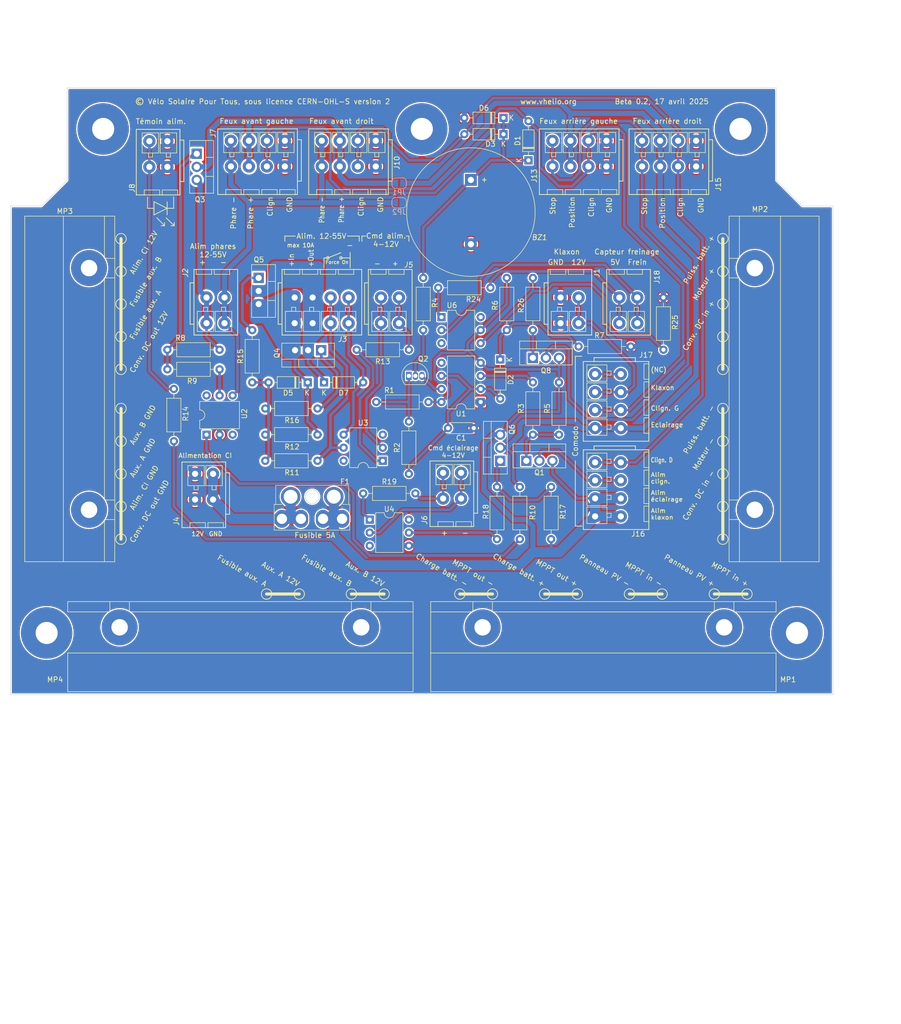
<source format=kicad_pcb>
(kicad_pcb (version 20211014) (generator pcbnew)

  (general
    (thickness 1.6)
  )

  (paper "A4")
  (layers
    (0 "F.Cu" signal)
    (31 "B.Cu" signal)
    (32 "B.Adhes" user "B.Adhesive")
    (33 "F.Adhes" user "F.Adhesive")
    (34 "B.Paste" user)
    (35 "F.Paste" user)
    (36 "B.SilkS" user "B.Silkscreen")
    (37 "F.SilkS" user "F.Silkscreen")
    (38 "B.Mask" user)
    (39 "F.Mask" user)
    (40 "Dwgs.User" user "User.Drawings")
    (41 "Cmts.User" user "User.Comments")
    (42 "Eco1.User" user "User.Eco1")
    (43 "Eco2.User" user "User.Eco2")
    (44 "Edge.Cuts" user)
    (45 "Margin" user)
    (46 "B.CrtYd" user "B.Courtyard")
    (47 "F.CrtYd" user "F.Courtyard")
    (48 "B.Fab" user)
    (49 "F.Fab" user)
    (50 "User.1" user)
    (51 "User.2" user)
    (52 "User.3" user)
    (53 "User.4" user)
    (54 "User.5" user)
    (55 "User.6" user)
    (56 "User.7" user)
    (57 "User.8" user)
    (58 "User.9" user)
  )

  (setup
    (stackup
      (layer "F.SilkS" (type "Top Silk Screen"))
      (layer "F.Paste" (type "Top Solder Paste"))
      (layer "F.Mask" (type "Top Solder Mask") (thickness 0.01))
      (layer "F.Cu" (type "copper") (thickness 0.035))
      (layer "dielectric 1" (type "core") (thickness 1.51) (material "FR4") (epsilon_r 4.5) (loss_tangent 0.02))
      (layer "B.Cu" (type "copper") (thickness 0.035))
      (layer "B.Mask" (type "Bottom Solder Mask") (thickness 0.01))
      (layer "B.Paste" (type "Bottom Solder Paste"))
      (layer "B.SilkS" (type "Bottom Silk Screen"))
      (copper_finish "None")
      (dielectric_constraints no)
    )
    (pad_to_mask_clearance 0)
    (pcbplotparams
      (layerselection 0x00010e0_ffffffff)
      (disableapertmacros false)
      (usegerberextensions false)
      (usegerberattributes true)
      (usegerberadvancedattributes true)
      (creategerberjobfile true)
      (svguseinch false)
      (svgprecision 6)
      (excludeedgelayer true)
      (plotframeref false)
      (viasonmask false)
      (mode 1)
      (useauxorigin false)
      (hpglpennumber 1)
      (hpglpenspeed 20)
      (hpglpendiameter 15.000000)
      (dxfpolygonmode true)
      (dxfimperialunits true)
      (dxfusepcbnewfont true)
      (psnegative false)
      (psa4output false)
      (plotreference true)
      (plotvalue true)
      (plotinvisibletext false)
      (sketchpadsonfab false)
      (subtractmaskfromsilk false)
      (outputformat 1)
      (mirror false)
      (drillshape 0)
      (scaleselection 1)
      (outputdirectory "")
    )
  )

  (net 0 "")
  (net 1 "GND")
  (net 2 "Net-(F1-Pad2)")
  (net 3 "Net-(D1-Pad2)")
  (net 4 "Net-(D3-Pad2)")
  (net 5 "/Phares")
  (net 6 "Net-(J1-Pad2)")
  (net 7 "/Flasher/Out")
  (net 8 "unconnected-(J17-Pad1)")
  (net 9 "/12V_5A")
  (net 10 "/Flasher/Enable")
  (net 11 "/Contacteur Phares/Input")
  (net 12 "/Contacteur Phares/GND")
  (net 13 "/Contacteur Phares/Output")
  (net 14 "Net-(D4-Pad2)")
  (net 15 "/Conv12V_In.Vbatt")
  (net 16 "/Contacteur alim./Input")
  (net 17 "/Contacteur alim./SW_On")
  (net 18 "/Contacteur alim./GND")
  (net 19 "/Contacteur alim./Cmd_GND")
  (net 20 "/Contacteur alim./Cmd_On")
  (net 21 "/Contacteur Eclairage/Cmd_On")
  (net 22 "/Contacteur Eclairage/Cmd_GND")
  (net 23 "Net-(Q4-Pad1)")
  (net 24 "Net-(Q5-Pad1)")
  (net 25 "Net-(C1-Pad1)")
  (net 26 "Net-(D2-Pad1)")
  (net 27 "Net-(D5-Pad2)")
  (net 28 "Net-(Q1-Pad1)")
  (net 29 "Net-(Q2-Pad1)")
  (net 30 "Net-(Q2-Pad2)")
  (net 31 "Net-(Q2-Pad3)")
  (net 32 "Net-(Q3-Pad1)")
  (net 33 "Net-(Q6-Pad1)")
  (net 34 "Net-(R3-Pad1)")
  (net 35 "Net-(R9-Pad2)")
  (net 36 "Net-(R10-Pad1)")
  (net 37 "Net-(R13-Pad1)")
  (net 38 "Net-(R18-Pad2)")
  (net 39 "Net-(R19-Pad1)")
  (net 40 "unconnected-(U1-Pad5)")
  (net 41 "unconnected-(U2-Pad3)")
  (net 42 "unconnected-(U2-Pad6)")
  (net 43 "unconnected-(U3-Pad3)")
  (net 44 "unconnected-(U3-Pad6)")
  (net 45 "unconnected-(U4-Pad3)")
  (net 46 "unconnected-(U4-Pad6)")
  (net 47 "/Contacteur feux stop/FeuxStop")
  (net 48 "/Contacteur feux stop/5V_Frein")
  (net 49 "/Contacteur feux stop/Signal_Frein")
  (net 50 "Net-(Q8-Pad1)")
  (net 51 "Net-(R24-Pad1)")
  (net 52 "Net-(R25-Pad1)")
  (net 53 "unconnected-(U6-Pad3)")
  (net 54 "unconnected-(U6-Pad6)")

  (footprint "circuit:Wago_221-500_SplicingConnectorHolder" (layer "F.Cu") (at 95.25 82.55 90))

  (footprint "circuit:TerminalBlock_Wago_2601-3102_1x02_P3.50mm_Vertical" (layer "F.Cu") (at 198.429997 64.77))

  (footprint "circuit:MountingHole_5mm" (layer "F.Cu") (at 87 130))

  (footprint "Resistor_THT:R_Axial_DIN0207_L6.3mm_D2.5mm_P10.16mm_Horizontal" (layer "F.Cu") (at 147.32 74.93))

  (footprint "circuit:Buzzer_25x16_12.5" (layer "F.Cu") (at 169.545 41.91 -90))

  (footprint "Package_DIP:DIP-6_W7.62mm" (layer "F.Cu") (at 163.83 68.58))

  (footprint "Diode_THT:D_DO-35_SOD27_P7.62mm_Horizontal" (layer "F.Cu") (at 140.97 81.28))

  (footprint "Resistor_THT:R_Axial_DIN0207_L6.3mm_D2.5mm_P10.16mm_Horizontal" (layer "F.Cu") (at 174.625 101.6 -90))

  (footprint "Resistor_THT:R_Axial_DIN0207_L6.3mm_D2.5mm_P10.16mm_Horizontal" (layer "F.Cu") (at 176.53 60.96 -90))

  (footprint "circuit:TO-220-3_Vertical" (layer "F.Cu") (at 140.415001 75.02 180))

  (footprint "circuit:Generic_FuseHolder_MINI" (layer "F.Cu") (at 144.475 107.805 180))

  (footprint "Resistor_THT:R_Axial_DIN0207_L6.3mm_D2.5mm_P10.16mm_Horizontal" (layer "F.Cu") (at 161.29 85.09 180))

  (footprint "Package_DIP:DIP-8_W7.62mm" (layer "F.Cu") (at 171.45 85.09 180))

  (footprint "circuit:TerminalBlock_Wago_2601-3102_1x02_P3.50mm_Vertical" (layer "F.Cu") (at 119.38 104.06 180))

  (footprint "Resistor_THT:R_Axial_DIN0207_L6.3mm_D2.5mm_P10.16mm_Horizontal" (layer "F.Cu") (at 157.48 88.9 -90))

  (footprint "Resistor_THT:R_Axial_DIN0207_L6.3mm_D2.5mm_P10.16mm_Horizontal" (layer "F.Cu") (at 163.195 62.865))

  (footprint "Resistor_THT:R_Axial_DIN0207_L6.3mm_D2.5mm_P10.16mm_Horizontal" (layer "F.Cu") (at 181.61 71.12 90))

  (footprint "Resistor_THT:R_Axial_DIN0207_L6.3mm_D2.5mm_P10.16mm_Horizontal" (layer "F.Cu") (at 179.07 111.76 90))

  (footprint "circuit:MountingHole_5mm" (layer "F.Cu") (at 98 32))

  (footprint "circuit:TerminalBlock_Wago_2601-3104_1x04_P3.50mm_Vertical" (layer "F.Cu") (at 195.920004 39.29 180))

  (footprint "circuit:TO-220-3_Vertical" (layer "F.Cu") (at 180.34 96.52))

  (footprint "Resistor_THT:R_Axial_DIN0207_L6.3mm_D2.5mm_P10.16mm_Horizontal" (layer "F.Cu") (at 110.49 78.74))

  (footprint "Diode_THT:D_DO-35_SOD27_P7.62mm_Horizontal" (layer "F.Cu") (at 137.795 81.28 180))

  (footprint "circuit:TerminalBlock_Wago_2601-3104_1x04_P3.50mm_Vertical" (layer "F.Cu") (at 213.370004 39.29 180))

  (footprint "circuit:TO-92L_Inline" (layer "F.Cu") (at 157.48 80.01))

  (footprint "circuit:MountingHole_5mm" (layer "F.Cu") (at 222 32))

  (footprint "Resistor_THT:R_Axial_DIN0207_L6.3mm_D2.5mm_P10.16mm_Horizontal" (layer "F.Cu") (at 129.54 86.36))

  (footprint "circuit:TerminalBlock_Wago_2601-3104_1x04_P3.50mm_Vertical" (layer "F.Cu") (at 133.35 39.29 180))

  (footprint "Diode_THT:D_DO-35_SOD27_P7.62mm_Horizontal" (layer "F.Cu") (at 175.895 33.02 180))

  (footprint "Resistor_THT:R_Axial_DIN0207_L6.3mm_D2.5mm_P10.16mm_Horizontal" (layer "F.Cu") (at 111.76 82.55 -90))

  (footprint "Diode_THT:D_DO-35_SOD27_P7.62mm_Horizontal" (layer "F.Cu") (at 175.26 76.835 -90))

  (footprint "Resistor_THT:R_Axial_DIN0207_L6.3mm_D2.5mm_P10.16mm_Horizontal" (layer "F.Cu") (at 181.61 81.28 -90))

  (footprint "Capacitor_THT:C_Disc_D4.3mm_W1.9mm_P5.00mm" (layer "F.Cu") (at 165.1 90.17))

  (footprint "Resistor_THT:R_Axial_DIN0207_L6.3mm_D2.5mm_P10.16mm_Horizontal" (layer "F.Cu") (at 160.274 71.12 90))

  (footprint "circuit:TerminalBlock_Wago_2601-3102_1x02_P3.50mm_Vertical" (layer "F.Cu") (at 152.055 64.77))

  (footprint "Diode_THT:D_DO-35_SOD27_P7.62mm_Horizontal" (layer "F.Cu") (at 180.75 38.1 90))

  (footprint "circuit:TerminalBlock_Wago_2601-3104_1x04_P3.50mm_Vertical" (layer "F.Cu") (at 198.7161 96.829996 -90))

  (footprint "circuit:TO-220-3_Vertical" (layer "F.Cu") (at 116.205 36.83 -90))

  (footprint "Diode_THT:D_DO-35_SOD27_P7.62mm_Horizontal" (layer "F.Cu") (at 175.895 29.845 180))

  (footprint "circuit:TerminalBlock_Wago_2601-3104_1x04_P3.50mm_Vertical" (layer "F.Cu")
    (tedit 67E5B593) (tstamp 87af2957-c7cf-4ad5-b3b0-0d3b1f7e8419)
    (at 135.255 64.77)
    (tags "Wago 2601-3104")
    (property "Sheetfile" "circuit.kicad_sch")
    (property "Sheetname" "")
    (path "/14a8bea9-2369-4417-8404-546b703c6cc5")
    (attr through_hole)
    (fp_text reference "J3" (at 8.341004 8.128 unlocked) (layer "F.SilkS")
      (effects (font (size 1 1) (thickness 0.15) italic) (justify left))
      (tstamp 75a550ee-5c56-40de-8acf-51dfdc8df774)
    )
    (fp_text value "Conn_Contacteur55V" (at 6.35 12.7 unlocked) (layer "F.Fab")
      (effects (font (size 1 1) (thickness 0.15)))
      (tstamp 0b832163-a351-433a-bb92-092f1e6d08aa)
    )
    (fp_text user "${REFERENCE}" (at -2.54 8.89 unlocked) (layer "F.Fab")
      (effects (font (size 1 1) (thickness 0.15)) (justify left))
      (tstamp 8a30490c-1e03-4c9a-b75d-5c36047969d6)
    )
    (fp_line (start 1.500004 -4.5) (end 1.500004 -5.5) (layer "F.SilkS") (width 0.12) (tstamp 042c4dc7-15da-4bf4-8443-bb77cdd2791c))
    (fp_line (start 9.900004 1.9) (end 9
... [1857439 chars truncated]
</source>
